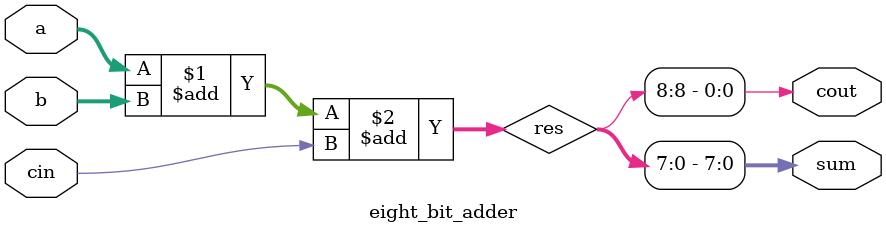
<source format=v>
module eight_bit_adder(input [7:0] a, b, input cin, output [7:0] sum, output cout);
	wire [8:0] res;

	assign res = a + b + cin;

	assign sum = res[7:0];

	assign cout = res[8];

endmodule


</source>
